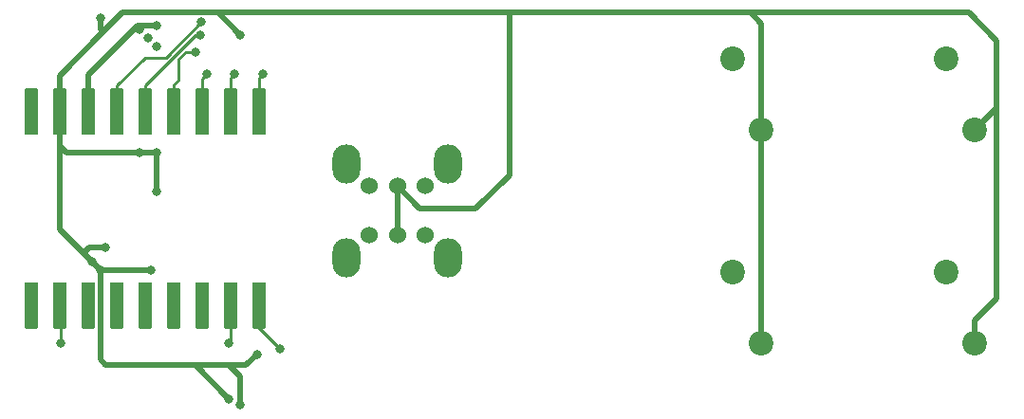
<source format=gbl>
G04 #@! TF.GenerationSoftware,KiCad,Pcbnew,8.0.7*
G04 #@! TF.CreationDate,2025-07-02T20:48:29-04:00*
G04 #@! TF.ProjectId,ESP32_laptop-midi,45535033-325f-46c6-9170-746f702d6d69,rev?*
G04 #@! TF.SameCoordinates,Original*
G04 #@! TF.FileFunction,Copper,L2,Bot*
G04 #@! TF.FilePolarity,Positive*
%FSLAX46Y46*%
G04 Gerber Fmt 4.6, Leading zero omitted, Abs format (unit mm)*
G04 Created by KiCad (PCBNEW 8.0.7) date 2025-07-02 20:48:29*
%MOMM*%
%LPD*%
G01*
G04 APERTURE LIST*
G04 Aperture macros list*
%AMFreePoly0*
4,1,11,0.558779,3.080902,0.595106,3.030902,0.600000,3.000000,0.600000,-1.000000,-0.600000,-1.000000,-0.600000,3.000000,-0.580902,3.058779,-0.530902,3.095106,-0.500000,3.100000,0.500000,3.100000,0.558779,3.080902,0.558779,3.080902,$1*%
G04 Aperture macros list end*
G04 #@! TA.AperFunction,ComponentPad*
%ADD10C,2.200000*%
G04 #@! TD*
G04 #@! TA.AperFunction,ComponentPad*
%ADD11O,2.500000X3.500000*%
G04 #@! TD*
G04 #@! TA.AperFunction,ComponentPad*
%ADD12C,1.524000*%
G04 #@! TD*
G04 #@! TA.AperFunction,SMDPad,CuDef*
%ADD13FreePoly0,0.000000*%
G04 #@! TD*
G04 #@! TA.AperFunction,SMDPad,CuDef*
%ADD14FreePoly0,180.000000*%
G04 #@! TD*
G04 #@! TA.AperFunction,ViaPad*
%ADD15C,0.800000*%
G04 #@! TD*
G04 #@! TA.AperFunction,Conductor*
%ADD16C,0.250000*%
G04 #@! TD*
G04 #@! TA.AperFunction,Conductor*
%ADD17C,0.500000*%
G04 #@! TD*
G04 APERTURE END LIST*
D10*
X220000000Y-34000000D03*
X217460000Y-27650000D03*
X239000000Y-53000000D03*
X236460000Y-46650000D03*
X239000000Y-34000000D03*
X236460000Y-27650000D03*
D11*
X191999999Y-36999999D03*
X183000001Y-36999999D03*
D12*
X190000000Y-39000000D03*
X185000000Y-39000000D03*
X187500000Y-39000000D03*
D11*
X183000001Y-45406901D03*
X191999999Y-45406901D03*
D12*
X185000000Y-43406900D03*
X190000000Y-43406900D03*
X187500000Y-43406900D03*
D10*
X220000000Y-53000000D03*
X217460000Y-46650000D03*
D13*
X154840000Y-33380000D03*
X157380000Y-33380000D03*
X159920000Y-33380000D03*
X162460000Y-33380000D03*
X165000000Y-33380000D03*
X167540000Y-33380000D03*
X170080000Y-33380000D03*
X172620000Y-33380000D03*
X175160000Y-33380000D03*
D14*
X175160000Y-48620000D03*
X172620000Y-48620000D03*
X170080000Y-48620000D03*
X167540000Y-48620000D03*
X165000000Y-48620000D03*
X162460000Y-48620000D03*
X159920000Y-48620000D03*
X157380000Y-48620000D03*
X154840000Y-48620000D03*
D15*
X169900153Y-25475153D03*
X165237347Y-25737347D03*
X164500000Y-25000000D03*
X166000000Y-26500000D03*
X166000000Y-24650000D03*
X160250000Y-45750000D03*
X173500000Y-25500000D03*
X166000000Y-39500000D03*
X166000000Y-36000000D03*
X161500000Y-44500000D03*
X172500000Y-58000000D03*
X161000000Y-24000000D03*
X173500000Y-58500000D03*
X161000000Y-46500000D03*
X165500000Y-46500000D03*
X175000000Y-54000000D03*
X164500000Y-36000000D03*
X169500000Y-27000000D03*
X170500000Y-29000000D03*
X170000000Y-24350000D03*
X157500000Y-53000000D03*
X173000000Y-29000000D03*
X172500000Y-53000000D03*
X175500000Y-29000000D03*
X177000000Y-53500000D03*
D16*
X169524847Y-25475153D02*
X165000000Y-30000000D01*
X165000000Y-30000000D02*
X165000000Y-33380000D01*
X169900153Y-25475153D02*
X169524847Y-25475153D01*
D17*
X164350000Y-24650000D02*
X166000000Y-24650000D01*
X159920000Y-29080000D02*
X164350000Y-24650000D01*
X159920000Y-33380000D02*
X159920000Y-29080000D01*
X184500000Y-23500000D02*
X197500000Y-23500000D01*
X219000000Y-23500000D02*
X238500000Y-23500000D01*
X159500000Y-45000000D02*
X157380000Y-42880000D01*
X157380000Y-35380000D02*
X158000000Y-36000000D01*
X158000000Y-36000000D02*
X166000000Y-36000000D01*
X172500000Y-55000000D02*
X169500000Y-55000000D01*
X194500000Y-41000000D02*
X197500000Y-38000000D01*
X161000000Y-54500000D02*
X161000000Y-54000000D01*
X197500000Y-38000000D02*
X197500000Y-23500000D01*
X175000000Y-54000000D02*
X174000000Y-55000000D01*
X173500000Y-25500000D02*
X171500000Y-23500000D01*
X241000000Y-31500000D02*
X241000000Y-49000000D01*
X161000000Y-25000000D02*
X161250000Y-25250000D01*
X161000000Y-54000000D02*
X161000000Y-46500000D01*
X241000000Y-26000000D02*
X241000000Y-31500000D01*
X172500000Y-58000000D02*
X169500000Y-55000000D01*
X241000000Y-32000000D02*
X241000000Y-31500000D01*
X163000000Y-23500000D02*
X171500000Y-23500000D01*
X157380000Y-33380000D02*
X157380000Y-29120000D01*
X189500000Y-41000000D02*
X194500000Y-41000000D01*
X203000000Y-23500000D02*
X219000000Y-23500000D01*
X166000000Y-39500000D02*
X166000000Y-36000000D01*
X161000000Y-46500000D02*
X160250000Y-45750000D01*
X171500000Y-23500000D02*
X184500000Y-23500000D01*
X173500000Y-56000000D02*
X172500000Y-55000000D01*
X161000000Y-46500000D02*
X159500000Y-45000000D01*
X220000000Y-24500000D02*
X219000000Y-23500000D01*
X157380000Y-29120000D02*
X161250000Y-25250000D01*
X157380000Y-42880000D02*
X157380000Y-35380000D01*
X220000000Y-53000000D02*
X220000000Y-24500000D01*
X169500000Y-55000000D02*
X161500000Y-55000000D01*
X165500000Y-46500000D02*
X161000000Y-46500000D01*
X238500000Y-23500000D02*
X241000000Y-26000000D01*
X174000000Y-55000000D02*
X172500000Y-55000000D01*
X161000000Y-24000000D02*
X161000000Y-25000000D01*
X160000000Y-44500000D02*
X159500000Y-45000000D01*
X161250000Y-25250000D02*
X163000000Y-23500000D01*
X239000000Y-53000000D02*
X239000000Y-51000000D01*
X187500000Y-39000000D02*
X189500000Y-41000000D01*
X157380000Y-33380000D02*
X157380000Y-35380000D01*
X239000000Y-51000000D02*
X241000000Y-49000000D01*
X161500000Y-44500000D02*
X160000000Y-44500000D01*
X187500000Y-43406900D02*
X187500000Y-39000000D01*
X173500000Y-58500000D02*
X173500000Y-56000000D01*
X239000000Y-34000000D02*
X241000000Y-32000000D01*
X161500000Y-55000000D02*
X161000000Y-54500000D01*
X197500000Y-23500000D02*
X203000000Y-23500000D01*
D16*
X169500000Y-27000000D02*
X168636396Y-27000000D01*
X167540000Y-29960000D02*
X167540000Y-33380000D01*
X168000000Y-29500000D02*
X167540000Y-29960000D01*
X168000000Y-27636396D02*
X168000000Y-29500000D01*
X168636396Y-27000000D02*
X168000000Y-27636396D01*
X170080000Y-29420000D02*
X170500000Y-29000000D01*
X170080000Y-33380000D02*
X170080000Y-29420000D01*
X162500000Y-31766732D02*
X162460000Y-31806732D01*
X170000000Y-24350000D02*
X166850000Y-27500000D01*
X166850000Y-27500000D02*
X165000000Y-27500000D01*
X162460000Y-31806732D02*
X162460000Y-33380000D01*
X162500000Y-30000000D02*
X162500000Y-31766732D01*
X165000000Y-27500000D02*
X162500000Y-30000000D01*
X157500000Y-53000000D02*
X157500000Y-49500000D01*
X172620000Y-33380000D02*
X172620000Y-29380000D01*
X172620000Y-29380000D02*
X173000000Y-29000000D01*
X172620000Y-48620000D02*
X172620000Y-52880000D01*
X172620000Y-52880000D02*
X172500000Y-53000000D01*
X175160000Y-29340000D02*
X175500000Y-29000000D01*
X175160000Y-33380000D02*
X175160000Y-29340000D01*
X177000000Y-53500000D02*
X175000000Y-51500000D01*
X175000000Y-51500000D02*
X175000000Y-48780000D01*
X175000000Y-48780000D02*
X175160000Y-48620000D01*
M02*

</source>
